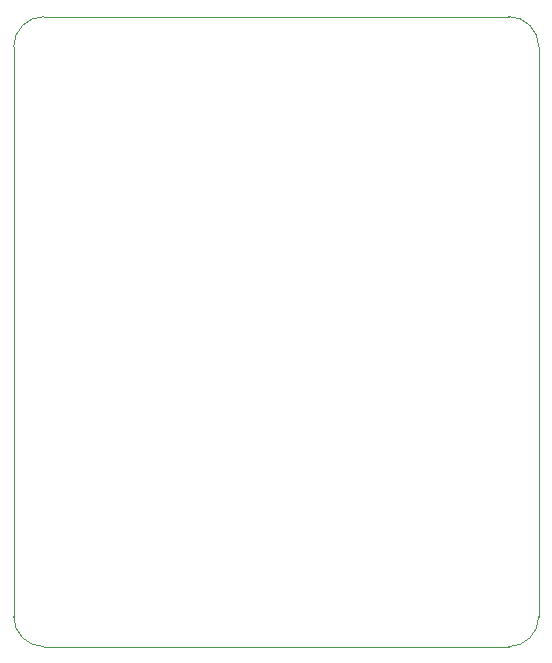
<source format=gm1>
G04 #@! TF.FileFunction,Profile,NP*
%FSLAX46Y46*%
G04 Gerber Fmt 4.6, Leading zero omitted, Abs format (unit mm)*
G04 Created by KiCad (PCBNEW 4.0.1-stable) date 27/02/2016 21:34:42*
%MOMM*%
G01*
G04 APERTURE LIST*
%ADD10C,0.150000*%
%ADD11C,0.100000*%
G04 APERTURE END LIST*
D10*
D11*
X88900000Y-101600000D02*
G75*
G03X91440000Y-99060000I0J2540000D01*
G01*
X91440000Y-50800000D02*
G75*
G03X88900000Y-48260000I-2540000J0D01*
G01*
X49530000Y-48260000D02*
X88900000Y-48260000D01*
X46990000Y-99060000D02*
X46990000Y-50800000D01*
X88900000Y-101600000D02*
X49530000Y-101600000D01*
X91440000Y-50800000D02*
X91440000Y-99060000D01*
X46990000Y-99060000D02*
G75*
G03X49530000Y-101600000I2540000J0D01*
G01*
X49530000Y-48260000D02*
G75*
G03X46990000Y-50800000I0J-2540000D01*
G01*
M02*

</source>
